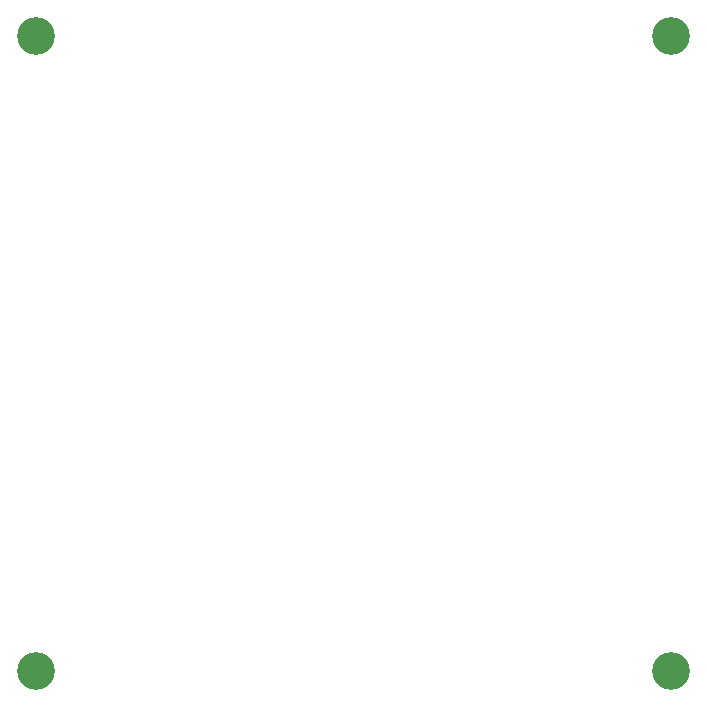
<source format=gbs>
%TF.GenerationSoftware,KiCad,Pcbnew,5.1.7-a382d34a8~88~ubuntu20.04.1*%
%TF.CreationDate,2021-06-08T03:00:46+02:00*%
%TF.ProjectId,uHoubolt_PCB_GNSS_Cover,75486f75-626f-46c7-945f-5043425f474e,rev?*%
%TF.SameCoordinates,PX8f0d180PY5f5e100*%
%TF.FileFunction,Soldermask,Bot*%
%TF.FilePolarity,Negative*%
%FSLAX46Y46*%
G04 Gerber Fmt 4.6, Leading zero omitted, Abs format (unit mm)*
G04 Created by KiCad (PCBNEW 5.1.7-a382d34a8~88~ubuntu20.04.1) date 2021-06-08 03:00:46*
%MOMM*%
%LPD*%
G01*
G04 APERTURE LIST*
%ADD10C,3.200000*%
G04 APERTURE END LIST*
D10*
%TO.C,REF\u002A\u002A*%
X-26900000Y-26900000D03*
%TD*%
%TO.C,REF\u002A\u002A*%
X26900000Y-26900000D03*
%TD*%
%TO.C,REF\u002A\u002A*%
X26900000Y26900000D03*
%TD*%
%TO.C,REF\u002A\u002A*%
X-26900000Y26900000D03*
%TD*%
M02*

</source>
